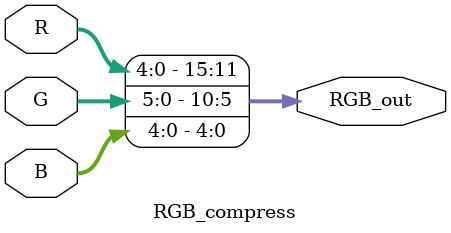
<source format=v>
module RGB_compress(R, G, B, RGB_out);

input   [7:0]   R, G, B;
output  [15:0]  RGB_out;

assign RGB_out = {R[4:0], G[5:0], B[4:0]};

endmodule

</source>
